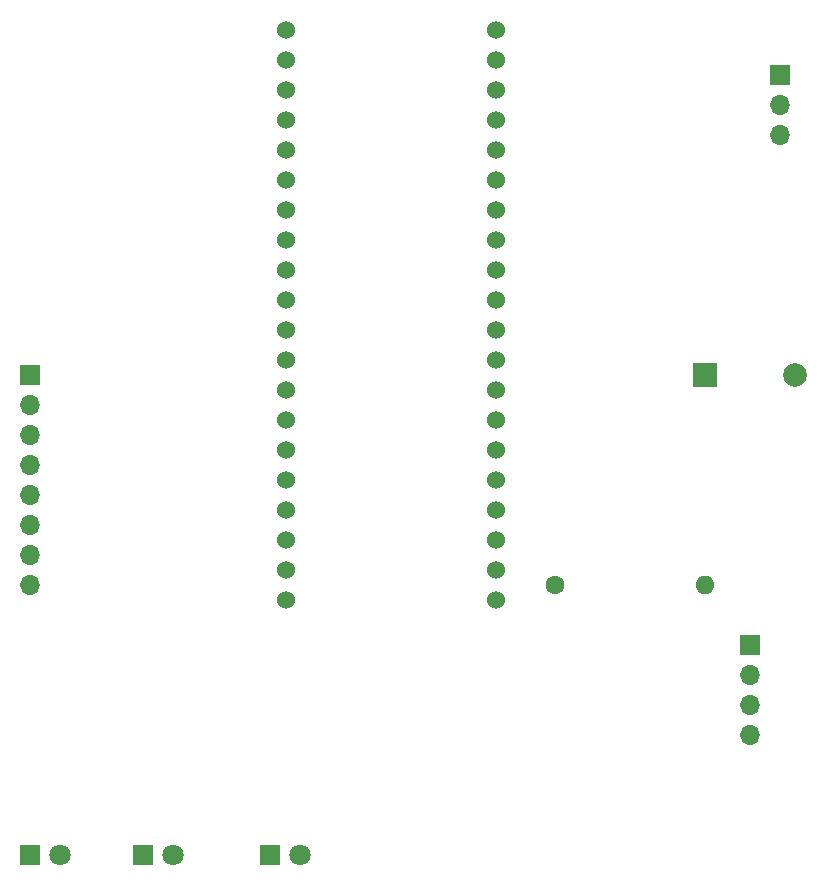
<source format=gbr>
%TF.GenerationSoftware,KiCad,Pcbnew,(6.0.9)*%
%TF.CreationDate,2022-11-16T12:37:32-05:00*%
%TF.ProjectId,Project.1,50726f6a-6563-4742-9e31-2e6b69636164,rev?*%
%TF.SameCoordinates,Original*%
%TF.FileFunction,Soldermask,Bot*%
%TF.FilePolarity,Negative*%
%FSLAX46Y46*%
G04 Gerber Fmt 4.6, Leading zero omitted, Abs format (unit mm)*
G04 Created by KiCad (PCBNEW (6.0.9)) date 2022-11-16 12:37:32*
%MOMM*%
%LPD*%
G01*
G04 APERTURE LIST*
%ADD10C,1.600000*%
%ADD11O,1.600000X1.600000*%
%ADD12R,1.700000X1.700000*%
%ADD13O,1.700000X1.700000*%
%ADD14R,2.000000X2.000000*%
%ADD15C,2.000000*%
%ADD16R,1.800000X1.800000*%
%ADD17C,1.800000*%
%ADD18C,1.524000*%
G04 APERTURE END LIST*
D10*
%TO.C,R1*%
X143510000Y-93980000D03*
D11*
X156210000Y-93980000D03*
%TD*%
D12*
%TO.C,J1*%
X99060000Y-76200000D03*
D13*
X99060000Y-78740000D03*
X99060000Y-81280000D03*
X99060000Y-83820000D03*
X99060000Y-86360000D03*
X99060000Y-88900000D03*
X99060000Y-91440000D03*
X99060000Y-93980000D03*
%TD*%
D12*
%TO.C,J3*%
X162560000Y-50800000D03*
D13*
X162560000Y-53340000D03*
X162560000Y-55880000D03*
%TD*%
D12*
%TO.C,J2*%
X160020000Y-99060000D03*
D13*
X160020000Y-101600000D03*
X160020000Y-104140000D03*
X160020000Y-106680000D03*
%TD*%
D14*
%TO.C,BZ1*%
X156220000Y-76200000D03*
D15*
X163820000Y-76200000D03*
%TD*%
D16*
%TO.C,D2*%
X108600000Y-116840000D03*
D17*
X111140000Y-116840000D03*
%TD*%
D18*
%TO.C,U1*%
X120680000Y-46990000D03*
X120680000Y-49530000D03*
X120680000Y-52070000D03*
X120690000Y-54610000D03*
X120680000Y-57150000D03*
X120680000Y-59690000D03*
X120680000Y-62230000D03*
X120680000Y-64770000D03*
X120680000Y-67310000D03*
X120680000Y-69850000D03*
X120680000Y-72390000D03*
X120680000Y-74930000D03*
X120680000Y-77470000D03*
X120680000Y-80010000D03*
X120680000Y-82550000D03*
X120680000Y-85090000D03*
X120680000Y-87630000D03*
X120680000Y-90170000D03*
X120680000Y-92710000D03*
X120680000Y-95250000D03*
X138460000Y-95250000D03*
X138460000Y-92710000D03*
X138460000Y-90170000D03*
X138460000Y-87630000D03*
X138460000Y-85090000D03*
X138460000Y-82550000D03*
X138460000Y-80010000D03*
X138460000Y-77470000D03*
X138460000Y-74930000D03*
X138460000Y-72390000D03*
X138460000Y-69850000D03*
X138460000Y-67310000D03*
X138460000Y-64770000D03*
X138460000Y-62230000D03*
X138460000Y-59690000D03*
X138460000Y-57150000D03*
X138460000Y-54610000D03*
X138460000Y-52070000D03*
X138460000Y-49530000D03*
X138460000Y-46990000D03*
%TD*%
D16*
%TO.C,D1*%
X99060000Y-116840000D03*
D17*
X101600000Y-116840000D03*
%TD*%
D16*
%TO.C,D3*%
X119380000Y-116840000D03*
D17*
X121920000Y-116840000D03*
%TD*%
M02*

</source>
